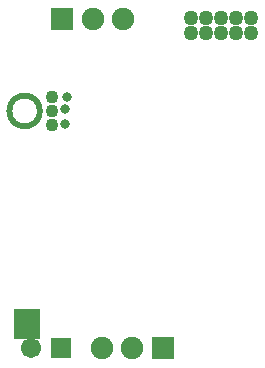
<source format=gbs>
G04*
G04 #@! TF.GenerationSoftware,Altium Limited,Altium Designer,18.0.12 (696)*
G04*
G04 Layer_Color=16711935*
%FSAX24Y24*%
%MOIN*%
G70*
G01*
G75*
%ADD35R,0.0671X0.0671*%
%ADD36C,0.0671*%
%ADD37C,0.0749*%
%ADD38R,0.0749X0.0749*%
%ADD39C,0.0500*%
%ADD57C,0.0197*%
%ADD58R,0.0850X0.1000*%
%ADD59C,0.0434*%
%ADD60C,0.0330*%
D35*
X025350Y025400D02*
D03*
D36*
X024350D02*
D03*
D37*
X027413Y036350D02*
D03*
X026413Y036350D02*
D03*
X026737Y025400D02*
D03*
X027737D02*
D03*
D38*
X025400Y036350D02*
D03*
X028750Y025400D02*
D03*
D39*
X031200Y035900D02*
D03*
X029700Y035900D02*
D03*
X030200Y035900D02*
D03*
X031700D02*
D03*
X030700Y035900D02*
D03*
X029700Y036400D02*
D03*
X030200Y036400D02*
D03*
X030700Y036400D02*
D03*
X031200D02*
D03*
X031700D02*
D03*
D57*
X024662Y033300D02*
G03*
X024662Y033300I-000512J000000D01*
G01*
D58*
X024225Y026200D02*
D03*
D59*
X025071Y033300D02*
D03*
Y032828D02*
D03*
Y033772D02*
D03*
D60*
X025500Y033350D02*
D03*
Y032850D02*
D03*
X025550Y033750D02*
D03*
M02*

</source>
